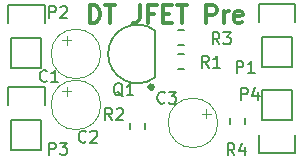
<source format=gto>
G04 #@! TF.FileFunction,Legend,Top*
%FSLAX46Y46*%
G04 Gerber Fmt 4.6, Leading zero omitted, Abs format (unit mm)*
G04 Created by KiCad (PCBNEW (2016-09-14 revision 83ed3c9)-makepkg) date 09/24/16 16:23:25*
%MOMM*%
%LPD*%
G01*
G04 APERTURE LIST*
%ADD10C,0.100000*%
%ADD11C,0.300000*%
%ADD12C,0.150000*%
%ADD13C,0.350000*%
%ADD14C,0.200000*%
G04 APERTURE END LIST*
D10*
D11*
X107998428Y-72052571D02*
X107998428Y-70552571D01*
X108355571Y-70552571D01*
X108569857Y-70624000D01*
X108712714Y-70766857D01*
X108784142Y-70909714D01*
X108855571Y-71195428D01*
X108855571Y-71409714D01*
X108784142Y-71695428D01*
X108712714Y-71838285D01*
X108569857Y-71981142D01*
X108355571Y-72052571D01*
X107998428Y-72052571D01*
X109284142Y-70552571D02*
X110141285Y-70552571D01*
X109712714Y-72052571D02*
X109712714Y-70552571D01*
X112212714Y-70552571D02*
X112212714Y-71624000D01*
X112141285Y-71838285D01*
X111998428Y-71981142D01*
X111784142Y-72052571D01*
X111641285Y-72052571D01*
X113427000Y-71266857D02*
X112927000Y-71266857D01*
X112927000Y-72052571D02*
X112927000Y-70552571D01*
X113641285Y-70552571D01*
X114212714Y-71266857D02*
X114712714Y-71266857D01*
X114927000Y-72052571D02*
X114212714Y-72052571D01*
X114212714Y-70552571D01*
X114927000Y-70552571D01*
X115355571Y-70552571D02*
X116212714Y-70552571D01*
X115784142Y-72052571D02*
X115784142Y-70552571D01*
X117855571Y-72052571D02*
X117855571Y-70552571D01*
X118427000Y-70552571D01*
X118569857Y-70624000D01*
X118641285Y-70695428D01*
X118712714Y-70838285D01*
X118712714Y-71052571D01*
X118641285Y-71195428D01*
X118569857Y-71266857D01*
X118427000Y-71338285D01*
X117855571Y-71338285D01*
X119355571Y-72052571D02*
X119355571Y-71052571D01*
X119355571Y-71338285D02*
X119427000Y-71195428D01*
X119498428Y-71124000D01*
X119641285Y-71052571D01*
X119784142Y-71052571D01*
X120855571Y-71981142D02*
X120712714Y-72052571D01*
X120427000Y-72052571D01*
X120284142Y-71981142D01*
X120212714Y-71838285D01*
X120212714Y-71266857D01*
X120284142Y-71124000D01*
X120427000Y-71052571D01*
X120712714Y-71052571D01*
X120855571Y-71124000D01*
X120927000Y-71266857D01*
X120927000Y-71409714D01*
X120212714Y-71552571D01*
D10*
X106426000Y-73533000D02*
X105664000Y-73533000D01*
X106045000Y-73152000D02*
X106045000Y-73914000D01*
X108907000Y-74676000D02*
G75*
G03X108907000Y-74676000I-2100000J0D01*
G01*
X106426000Y-77851000D02*
X105664000Y-77851000D01*
X106045000Y-77470000D02*
X106045000Y-78232000D01*
X108907000Y-78994000D02*
G75*
G03X108907000Y-78994000I-2100000J0D01*
G01*
X117856000Y-80137000D02*
X117856000Y-79375000D01*
X118237000Y-79756000D02*
X117475000Y-79756000D01*
X118813000Y-80518000D02*
G75*
G03X118813000Y-80518000I-2100000J0D01*
G01*
D12*
X125095000Y-73279000D02*
X125095000Y-75819000D01*
X125375000Y-70459000D02*
X125375000Y-72009000D01*
X125095000Y-73279000D02*
X122555000Y-73279000D01*
X122275000Y-72009000D02*
X122275000Y-70459000D01*
X122275000Y-70459000D02*
X125375000Y-70459000D01*
X122555000Y-73279000D02*
X122555000Y-75819000D01*
X122555000Y-75819000D02*
X125095000Y-75819000D01*
X103886000Y-73355200D02*
X103886000Y-75895200D01*
X104166000Y-70535200D02*
X104166000Y-72085200D01*
X103886000Y-73355200D02*
X101346000Y-73355200D01*
X101066000Y-72085200D02*
X101066000Y-70535200D01*
X101066000Y-70535200D02*
X104166000Y-70535200D01*
X101346000Y-73355200D02*
X101346000Y-75895200D01*
X101346000Y-75895200D02*
X103886000Y-75895200D01*
X103886000Y-80264000D02*
X103886000Y-82804000D01*
X104166000Y-77444000D02*
X104166000Y-78994000D01*
X103886000Y-80264000D02*
X101346000Y-80264000D01*
X101066000Y-78994000D02*
X101066000Y-77444000D01*
X101066000Y-77444000D02*
X104166000Y-77444000D01*
X101346000Y-80264000D02*
X101346000Y-82804000D01*
X101346000Y-82804000D02*
X103886000Y-82804000D01*
X122555000Y-80264000D02*
X122555000Y-77724000D01*
X122275000Y-83084000D02*
X122275000Y-81534000D01*
X122555000Y-80264000D02*
X125095000Y-80264000D01*
X125375000Y-81534000D02*
X125375000Y-83084000D01*
X125375000Y-83084000D02*
X122275000Y-83084000D01*
X125095000Y-80264000D02*
X125095000Y-77724000D01*
X125095000Y-77724000D02*
X122555000Y-77724000D01*
D13*
X113336605Y-77470000D02*
G75*
G03X113336605Y-77470000I-179605J0D01*
G01*
D14*
X113503842Y-72688345D02*
G75*
G03X113514000Y-76656000I-1489842J-1987655D01*
G01*
X113514000Y-72696000D02*
X113514000Y-76656000D01*
X115443000Y-75946000D02*
X115951000Y-75946000D01*
X115443000Y-74676000D02*
X115951000Y-74676000D01*
X112649000Y-81026000D02*
X112649000Y-80518000D01*
X111379000Y-81026000D02*
X111379000Y-80518000D01*
X115443000Y-73914000D02*
X115951000Y-73914000D01*
X115443000Y-72644000D02*
X115951000Y-72644000D01*
X121158000Y-80645000D02*
X121158000Y-80137000D01*
X119888000Y-80645000D02*
X119888000Y-80137000D01*
D12*
X104354333Y-76938142D02*
X104306714Y-76985761D01*
X104163857Y-77033380D01*
X104068619Y-77033380D01*
X103925761Y-76985761D01*
X103830523Y-76890523D01*
X103782904Y-76795285D01*
X103735285Y-76604809D01*
X103735285Y-76461952D01*
X103782904Y-76271476D01*
X103830523Y-76176238D01*
X103925761Y-76081000D01*
X104068619Y-76033380D01*
X104163857Y-76033380D01*
X104306714Y-76081000D01*
X104354333Y-76128619D01*
X105306714Y-77033380D02*
X104735285Y-77033380D01*
X105021000Y-77033380D02*
X105021000Y-76033380D01*
X104925761Y-76176238D01*
X104830523Y-76271476D01*
X104735285Y-76319095D01*
X107656333Y-82081642D02*
X107608714Y-82129261D01*
X107465857Y-82176880D01*
X107370619Y-82176880D01*
X107227761Y-82129261D01*
X107132523Y-82034023D01*
X107084904Y-81938785D01*
X107037285Y-81748309D01*
X107037285Y-81605452D01*
X107084904Y-81414976D01*
X107132523Y-81319738D01*
X107227761Y-81224500D01*
X107370619Y-81176880D01*
X107465857Y-81176880D01*
X107608714Y-81224500D01*
X107656333Y-81272119D01*
X108037285Y-81272119D02*
X108084904Y-81224500D01*
X108180142Y-81176880D01*
X108418238Y-81176880D01*
X108513476Y-81224500D01*
X108561095Y-81272119D01*
X108608714Y-81367357D01*
X108608714Y-81462595D01*
X108561095Y-81605452D01*
X107989666Y-82176880D01*
X108608714Y-82176880D01*
X114323833Y-78779642D02*
X114276214Y-78827261D01*
X114133357Y-78874880D01*
X114038119Y-78874880D01*
X113895261Y-78827261D01*
X113800023Y-78732023D01*
X113752404Y-78636785D01*
X113704785Y-78446309D01*
X113704785Y-78303452D01*
X113752404Y-78112976D01*
X113800023Y-78017738D01*
X113895261Y-77922500D01*
X114038119Y-77874880D01*
X114133357Y-77874880D01*
X114276214Y-77922500D01*
X114323833Y-77970119D01*
X114657166Y-77874880D02*
X115276214Y-77874880D01*
X114942880Y-78255833D01*
X115085738Y-78255833D01*
X115180976Y-78303452D01*
X115228595Y-78351071D01*
X115276214Y-78446309D01*
X115276214Y-78684404D01*
X115228595Y-78779642D01*
X115180976Y-78827261D01*
X115085738Y-78874880D01*
X114800023Y-78874880D01*
X114704785Y-78827261D01*
X114657166Y-78779642D01*
X120419904Y-76271380D02*
X120419904Y-75271380D01*
X120800857Y-75271380D01*
X120896095Y-75319000D01*
X120943714Y-75366619D01*
X120991333Y-75461857D01*
X120991333Y-75604714D01*
X120943714Y-75699952D01*
X120896095Y-75747571D01*
X120800857Y-75795190D01*
X120419904Y-75795190D01*
X121943714Y-76271380D02*
X121372285Y-76271380D01*
X121658000Y-76271380D02*
X121658000Y-75271380D01*
X121562761Y-75414238D01*
X121467523Y-75509476D01*
X121372285Y-75557095D01*
X104544904Y-71635880D02*
X104544904Y-70635880D01*
X104925857Y-70635880D01*
X105021095Y-70683500D01*
X105068714Y-70731119D01*
X105116333Y-70826357D01*
X105116333Y-70969214D01*
X105068714Y-71064452D01*
X105021095Y-71112071D01*
X104925857Y-71159690D01*
X104544904Y-71159690D01*
X105497285Y-70731119D02*
X105544904Y-70683500D01*
X105640142Y-70635880D01*
X105878238Y-70635880D01*
X105973476Y-70683500D01*
X106021095Y-70731119D01*
X106068714Y-70826357D01*
X106068714Y-70921595D01*
X106021095Y-71064452D01*
X105449666Y-71635880D01*
X106068714Y-71635880D01*
X104544904Y-83192880D02*
X104544904Y-82192880D01*
X104925857Y-82192880D01*
X105021095Y-82240500D01*
X105068714Y-82288119D01*
X105116333Y-82383357D01*
X105116333Y-82526214D01*
X105068714Y-82621452D01*
X105021095Y-82669071D01*
X104925857Y-82716690D01*
X104544904Y-82716690D01*
X105449666Y-82192880D02*
X106068714Y-82192880D01*
X105735380Y-82573833D01*
X105878238Y-82573833D01*
X105973476Y-82621452D01*
X106021095Y-82669071D01*
X106068714Y-82764309D01*
X106068714Y-83002404D01*
X106021095Y-83097642D01*
X105973476Y-83145261D01*
X105878238Y-83192880D01*
X105592523Y-83192880D01*
X105497285Y-83145261D01*
X105449666Y-83097642D01*
X120800904Y-78557380D02*
X120800904Y-77557380D01*
X121181857Y-77557380D01*
X121277095Y-77605000D01*
X121324714Y-77652619D01*
X121372333Y-77747857D01*
X121372333Y-77890714D01*
X121324714Y-77985952D01*
X121277095Y-78033571D01*
X121181857Y-78081190D01*
X120800904Y-78081190D01*
X122229476Y-77890714D02*
X122229476Y-78557380D01*
X121991380Y-77509761D02*
X121753285Y-78224047D01*
X122372333Y-78224047D01*
X110775761Y-78271619D02*
X110680523Y-78224000D01*
X110585285Y-78128761D01*
X110442428Y-77985904D01*
X110347190Y-77938285D01*
X110251952Y-77938285D01*
X110299571Y-78176380D02*
X110204333Y-78128761D01*
X110109095Y-78033523D01*
X110061476Y-77843047D01*
X110061476Y-77509714D01*
X110109095Y-77319238D01*
X110204333Y-77224000D01*
X110299571Y-77176380D01*
X110490047Y-77176380D01*
X110585285Y-77224000D01*
X110680523Y-77319238D01*
X110728142Y-77509714D01*
X110728142Y-77843047D01*
X110680523Y-78033523D01*
X110585285Y-78128761D01*
X110490047Y-78176380D01*
X110299571Y-78176380D01*
X111680523Y-78176380D02*
X111109095Y-78176380D01*
X111394809Y-78176380D02*
X111394809Y-77176380D01*
X111299571Y-77319238D01*
X111204333Y-77414476D01*
X111109095Y-77462095D01*
X118070333Y-75826880D02*
X117737000Y-75350690D01*
X117498904Y-75826880D02*
X117498904Y-74826880D01*
X117879857Y-74826880D01*
X117975095Y-74874500D01*
X118022714Y-74922119D01*
X118070333Y-75017357D01*
X118070333Y-75160214D01*
X118022714Y-75255452D01*
X117975095Y-75303071D01*
X117879857Y-75350690D01*
X117498904Y-75350690D01*
X119022714Y-75826880D02*
X118451285Y-75826880D01*
X118737000Y-75826880D02*
X118737000Y-74826880D01*
X118641761Y-74969738D01*
X118546523Y-75064976D01*
X118451285Y-75112595D01*
X109878833Y-80271880D02*
X109545500Y-79795690D01*
X109307404Y-80271880D02*
X109307404Y-79271880D01*
X109688357Y-79271880D01*
X109783595Y-79319500D01*
X109831214Y-79367119D01*
X109878833Y-79462357D01*
X109878833Y-79605214D01*
X109831214Y-79700452D01*
X109783595Y-79748071D01*
X109688357Y-79795690D01*
X109307404Y-79795690D01*
X110259785Y-79367119D02*
X110307404Y-79319500D01*
X110402642Y-79271880D01*
X110640738Y-79271880D01*
X110735976Y-79319500D01*
X110783595Y-79367119D01*
X110831214Y-79462357D01*
X110831214Y-79557595D01*
X110783595Y-79700452D01*
X110212166Y-80271880D01*
X110831214Y-80271880D01*
X118959333Y-73858380D02*
X118626000Y-73382190D01*
X118387904Y-73858380D02*
X118387904Y-72858380D01*
X118768857Y-72858380D01*
X118864095Y-72906000D01*
X118911714Y-72953619D01*
X118959333Y-73048857D01*
X118959333Y-73191714D01*
X118911714Y-73286952D01*
X118864095Y-73334571D01*
X118768857Y-73382190D01*
X118387904Y-73382190D01*
X119292666Y-72858380D02*
X119911714Y-72858380D01*
X119578380Y-73239333D01*
X119721238Y-73239333D01*
X119816476Y-73286952D01*
X119864095Y-73334571D01*
X119911714Y-73429809D01*
X119911714Y-73667904D01*
X119864095Y-73763142D01*
X119816476Y-73810761D01*
X119721238Y-73858380D01*
X119435523Y-73858380D01*
X119340285Y-73810761D01*
X119292666Y-73763142D01*
X120229333Y-83256380D02*
X119896000Y-82780190D01*
X119657904Y-83256380D02*
X119657904Y-82256380D01*
X120038857Y-82256380D01*
X120134095Y-82304000D01*
X120181714Y-82351619D01*
X120229333Y-82446857D01*
X120229333Y-82589714D01*
X120181714Y-82684952D01*
X120134095Y-82732571D01*
X120038857Y-82780190D01*
X119657904Y-82780190D01*
X121086476Y-82589714D02*
X121086476Y-83256380D01*
X120848380Y-82208761D02*
X120610285Y-82923047D01*
X121229333Y-82923047D01*
M02*

</source>
